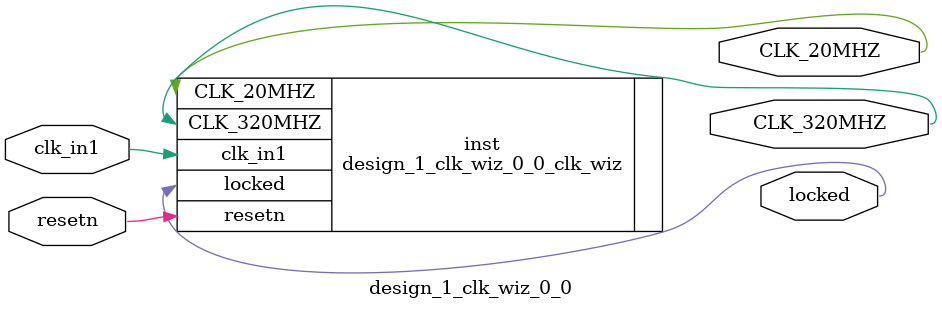
<source format=v>


`timescale 1ps/1ps

(* CORE_GENERATION_INFO = "design_1_clk_wiz_0_0,clk_wiz_v6_0_11_0_0,{component_name=design_1_clk_wiz_0_0,use_phase_alignment=true,use_min_o_jitter=false,use_max_i_jitter=false,use_dyn_phase_shift=false,use_inclk_switchover=false,use_dyn_reconfig=false,enable_axi=0,feedback_source=FDBK_AUTO,PRIMITIVE=MMCM,num_out_clk=2,clkin1_period=10.000,clkin2_period=10.000,use_power_down=false,use_reset=true,use_locked=true,use_inclk_stopped=false,feedback_type=SINGLE,CLOCK_MGR_TYPE=NA,manual_override=false}" *)

module design_1_clk_wiz_0_0 
 (
  // Clock out ports
  output        CLK_320MHZ,
  output        CLK_20MHZ,
  // Status and control signals
  input         resetn,
  output        locked,
 // Clock in ports
  input         clk_in1
 );

  design_1_clk_wiz_0_0_clk_wiz inst
  (
  // Clock out ports  
  .CLK_320MHZ(CLK_320MHZ),
  .CLK_20MHZ(CLK_20MHZ),
  // Status and control signals               
  .resetn(resetn), 
  .locked(locked),
 // Clock in ports
  .clk_in1(clk_in1)
  );

endmodule

</source>
